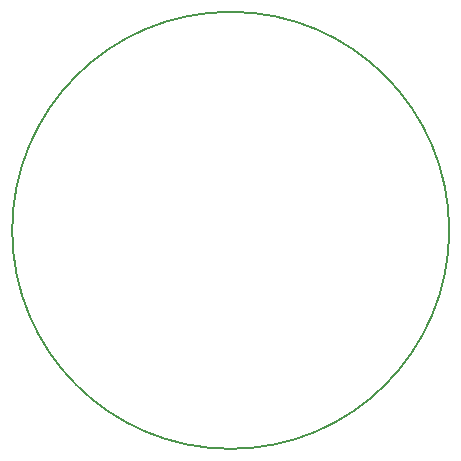
<source format=gbr>
%TF.GenerationSoftware,KiCad,Pcbnew,8.0.0*%
%TF.CreationDate,2024-03-22T20:52:57+01:00*%
%TF.ProjectId,rotatror,726f7461-7472-46f7-922e-6b696361645f,rev?*%
%TF.SameCoordinates,Original*%
%TF.FileFunction,Profile,NP*%
%FSLAX46Y46*%
G04 Gerber Fmt 4.6, Leading zero omitted, Abs format (unit mm)*
G04 Created by KiCad (PCBNEW 8.0.0) date 2024-03-22 20:52:57*
%MOMM*%
%LPD*%
G01*
G04 APERTURE LIST*
%TA.AperFunction,Profile*%
%ADD10C,0.200000*%
%TD*%
G04 APERTURE END LIST*
D10*
X132500000Y-79700000D02*
G75*
G02*
X95500000Y-79700000I-18500000J0D01*
G01*
X95500000Y-79700000D02*
G75*
G02*
X132500000Y-79700000I18500000J0D01*
G01*
M02*

</source>
